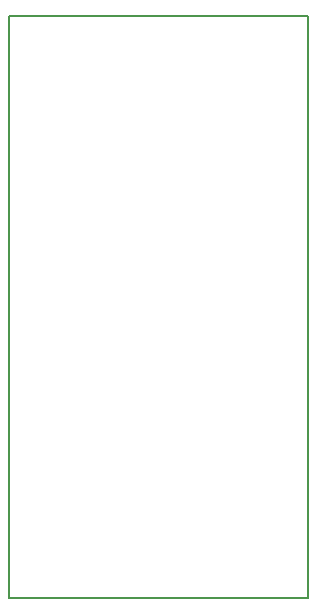
<source format=gm1>
G04 MADE WITH FRITZING*
G04 WWW.FRITZING.ORG*
G04 DOUBLE SIDED*
G04 HOLES PLATED*
G04 CONTOUR ON CENTER OF CONTOUR VECTOR*
%ASAXBY*%
%FSLAX23Y23*%
%MOIN*%
%OFA0B0*%
%SFA1.0B1.0*%
%ADD10R,1.003937X1.948820*%
%ADD11C,0.008000*%
%ADD10C,0.008*%
%LNCONTOUR*%
G90*
G70*
G54D10*
G54D11*
X4Y1945D02*
X1000Y1945D01*
X1000Y4D01*
X4Y4D01*
X4Y1945D01*
D02*
G04 End of contour*
M02*
</source>
